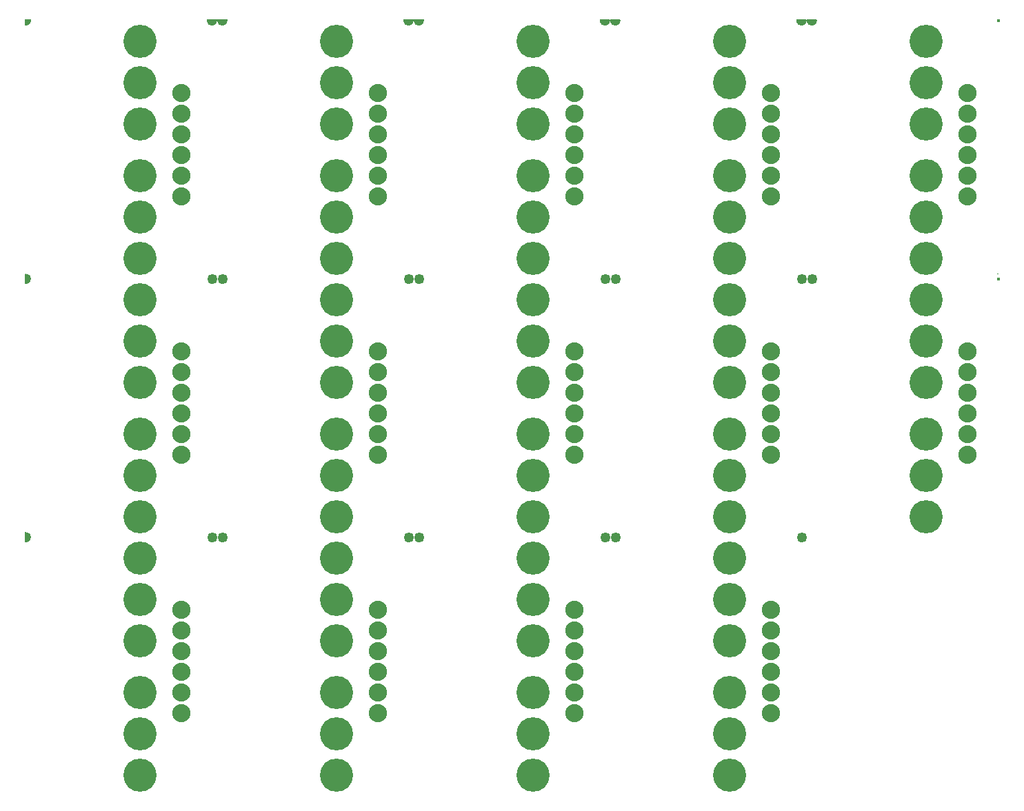
<source format=gts>
G04 MADE WITH FRITZING*
G04 WWW.FRITZING.ORG*
G04 DOUBLE SIDED*
G04 HOLES PLATED*
G04 CONTOUR ON CENTER OF CONTOUR VECTOR*
%ASAXBY*%
%FSLAX23Y23*%
%MOIN*%
%OFA0B0*%
%SFA1.0B1.0*%
%ADD10C,0.160000*%
%ADD11C,0.088000*%
%ADD12C,0.015748*%
%ADD13C,0.049370*%
%ADD14R,0.001000X0.001000*%
%LNMASK1*%
G90*
G70*
G54D10*
X4356Y3232D03*
X4356Y3432D03*
X4356Y3632D03*
G54D11*
X3606Y3382D03*
X3606Y3282D03*
X3606Y3182D03*
X3606Y3082D03*
X3606Y2982D03*
X3606Y2882D03*
X2656Y3382D03*
X2656Y3282D03*
X2656Y3182D03*
X2656Y3082D03*
X2656Y2982D03*
X2656Y2882D03*
X1706Y3382D03*
X1706Y3282D03*
X1706Y3182D03*
X1706Y3082D03*
X1706Y2982D03*
X1706Y2882D03*
X4556Y3382D03*
X4556Y3282D03*
X4556Y3182D03*
X4556Y3082D03*
X4556Y2982D03*
X4556Y2882D03*
G54D10*
X3406Y2582D03*
X3406Y2782D03*
X3406Y2982D03*
X556Y3232D03*
X556Y3432D03*
X556Y3632D03*
X4356Y2582D03*
X4356Y2782D03*
X4356Y2982D03*
X1506Y3232D03*
X1506Y3432D03*
X1506Y3632D03*
X3406Y3232D03*
X3406Y3432D03*
X3406Y3632D03*
X556Y2582D03*
X556Y2782D03*
X556Y2982D03*
X2456Y3232D03*
X2456Y3432D03*
X2456Y3632D03*
X1506Y2582D03*
X1506Y2782D03*
X1506Y2982D03*
G54D11*
X756Y3382D03*
X756Y3282D03*
X756Y3182D03*
X756Y3082D03*
X756Y2982D03*
X756Y2882D03*
G54D10*
X2456Y2582D03*
X2456Y2782D03*
X2456Y2982D03*
X1506Y1982D03*
X1506Y2182D03*
X1506Y2382D03*
X4356Y1982D03*
X4356Y2182D03*
X4356Y2382D03*
G54D11*
X2656Y2132D03*
X2656Y2032D03*
X2656Y1932D03*
X2656Y1832D03*
X2656Y1732D03*
X2656Y1632D03*
G54D10*
X2456Y1982D03*
X2456Y2182D03*
X2456Y2382D03*
G54D11*
X3606Y2132D03*
X3606Y2032D03*
X3606Y1932D03*
X3606Y1832D03*
X3606Y1732D03*
X3606Y1632D03*
X4556Y2132D03*
X4556Y2032D03*
X4556Y1932D03*
X4556Y1832D03*
X4556Y1732D03*
X4556Y1632D03*
G54D10*
X556Y1982D03*
X556Y2182D03*
X556Y2382D03*
X4356Y1332D03*
X4356Y1532D03*
X4356Y1732D03*
X3406Y1982D03*
X3406Y2182D03*
X3406Y2382D03*
X556Y1332D03*
X556Y1532D03*
X556Y1732D03*
G54D11*
X756Y2132D03*
X756Y2032D03*
X756Y1932D03*
X756Y1832D03*
X756Y1732D03*
X756Y1632D03*
G54D10*
X3406Y1332D03*
X3406Y1532D03*
X3406Y1732D03*
G54D11*
X1706Y2132D03*
X1706Y2032D03*
X1706Y1932D03*
X1706Y1832D03*
X1706Y1732D03*
X1706Y1632D03*
G54D10*
X1506Y1332D03*
X1506Y1532D03*
X1506Y1732D03*
X2456Y1332D03*
X2456Y1532D03*
X2456Y1732D03*
X556Y82D03*
X556Y282D03*
X556Y482D03*
X556Y732D03*
X556Y932D03*
X556Y1132D03*
X1506Y82D03*
X1506Y282D03*
X1506Y482D03*
X1506Y732D03*
X1506Y932D03*
X1506Y1132D03*
G54D11*
X756Y882D03*
X756Y782D03*
X756Y682D03*
X756Y582D03*
X756Y482D03*
X756Y382D03*
X1706Y882D03*
X1706Y782D03*
X1706Y682D03*
X1706Y582D03*
X1706Y482D03*
X1706Y382D03*
G54D10*
X2456Y732D03*
X2456Y932D03*
X2456Y1132D03*
G54D11*
X2656Y882D03*
X2656Y782D03*
X2656Y682D03*
X2656Y582D03*
X2656Y482D03*
X2656Y382D03*
G54D10*
X2456Y82D03*
X2456Y282D03*
X2456Y482D03*
X3406Y732D03*
X3406Y932D03*
X3406Y1132D03*
X3406Y82D03*
X3406Y282D03*
X3406Y482D03*
G54D11*
X3606Y882D03*
X3606Y782D03*
X3606Y682D03*
X3606Y582D03*
X3606Y482D03*
X3606Y382D03*
G54D12*
X3806Y3732D03*
X4706Y3732D03*
X6Y3732D03*
X906Y3732D03*
X956Y3732D03*
X1856Y3732D03*
X1906Y3732D03*
X2806Y3732D03*
X2856Y3732D03*
X3756Y3732D03*
X4706Y2482D03*
G54D13*
X3806Y2482D03*
X906Y2482D03*
X2856Y2482D03*
X3756Y2482D03*
X2806Y2482D03*
X1906Y2482D03*
X1856Y2482D03*
X956Y2482D03*
G54D12*
X6Y2482D03*
G54D13*
X3756Y1232D03*
X2856Y1232D03*
X2806Y1232D03*
X1906Y1232D03*
X1856Y1232D03*
X956Y1232D03*
X906Y1232D03*
G54D12*
X6Y1232D03*
G54D14*
X0Y3738D02*
X29Y3738D01*
X882Y3738D02*
X928Y3738D01*
X932Y3738D02*
X978Y3738D01*
X1832Y3738D02*
X1878Y3738D01*
X1882Y3738D02*
X1928Y3738D01*
X2781Y3738D02*
X2828Y3738D01*
X2831Y3738D02*
X2878Y3738D01*
X3731Y3738D02*
X3778Y3738D01*
X3781Y3738D02*
X3828Y3738D01*
X0Y3737D02*
X29Y3737D01*
X881Y3737D02*
X929Y3737D01*
X931Y3737D02*
X979Y3737D01*
X1831Y3737D02*
X1879Y3737D01*
X1881Y3737D02*
X1929Y3737D01*
X2781Y3737D02*
X2828Y3737D01*
X2831Y3737D02*
X2878Y3737D01*
X3731Y3737D02*
X3778Y3737D01*
X3781Y3737D02*
X3828Y3737D01*
X0Y3736D02*
X29Y3736D01*
X881Y3736D02*
X929Y3736D01*
X931Y3736D02*
X979Y3736D01*
X1831Y3736D02*
X1879Y3736D01*
X1881Y3736D02*
X1929Y3736D01*
X2781Y3736D02*
X2829Y3736D01*
X2831Y3736D02*
X2879Y3736D01*
X3731Y3736D02*
X3778Y3736D01*
X3781Y3736D02*
X3828Y3736D01*
X0Y3735D02*
X29Y3735D01*
X881Y3735D02*
X929Y3735D01*
X931Y3735D02*
X979Y3735D01*
X1831Y3735D02*
X1879Y3735D01*
X1881Y3735D02*
X1929Y3735D01*
X2781Y3735D02*
X2829Y3735D01*
X2831Y3735D02*
X2879Y3735D01*
X3731Y3735D02*
X3779Y3735D01*
X3781Y3735D02*
X3829Y3735D01*
X0Y3734D02*
X29Y3734D01*
X881Y3734D02*
X929Y3734D01*
X931Y3734D02*
X979Y3734D01*
X1831Y3734D02*
X1879Y3734D01*
X1881Y3734D02*
X1929Y3734D01*
X2781Y3734D02*
X2829Y3734D01*
X2831Y3734D02*
X2879Y3734D01*
X3731Y3734D02*
X3779Y3734D01*
X3781Y3734D02*
X3829Y3734D01*
X0Y3733D02*
X29Y3733D01*
X881Y3733D02*
X929Y3733D01*
X931Y3733D02*
X979Y3733D01*
X1831Y3733D02*
X1879Y3733D01*
X1881Y3733D02*
X1929Y3733D01*
X2781Y3733D02*
X2829Y3733D01*
X2831Y3733D02*
X2879Y3733D01*
X3730Y3733D02*
X3829Y3733D01*
X0Y3732D02*
X29Y3732D01*
X881Y3732D02*
X929Y3732D01*
X931Y3732D02*
X979Y3732D01*
X1831Y3732D02*
X1879Y3732D01*
X1881Y3732D02*
X1929Y3732D01*
X2781Y3732D02*
X2829Y3732D01*
X2831Y3732D02*
X2879Y3732D01*
X3731Y3732D02*
X3779Y3732D01*
X3781Y3732D02*
X3829Y3732D01*
X0Y3731D02*
X29Y3731D01*
X881Y3731D02*
X929Y3731D01*
X931Y3731D02*
X979Y3731D01*
X1831Y3731D02*
X1879Y3731D01*
X1881Y3731D02*
X1929Y3731D01*
X2781Y3731D02*
X2829Y3731D01*
X2831Y3731D02*
X2879Y3731D01*
X3731Y3731D02*
X3779Y3731D01*
X3781Y3731D02*
X3829Y3731D01*
X0Y3730D02*
X29Y3730D01*
X881Y3730D02*
X929Y3730D01*
X931Y3730D02*
X979Y3730D01*
X1831Y3730D02*
X1879Y3730D01*
X1881Y3730D02*
X1929Y3730D01*
X2781Y3730D02*
X2829Y3730D01*
X2831Y3730D02*
X2879Y3730D01*
X3731Y3730D02*
X3779Y3730D01*
X3781Y3730D02*
X3829Y3730D01*
X0Y3729D02*
X29Y3729D01*
X881Y3729D02*
X929Y3729D01*
X931Y3729D02*
X979Y3729D01*
X1831Y3729D02*
X1879Y3729D01*
X1881Y3729D02*
X1929Y3729D01*
X2781Y3729D02*
X2829Y3729D01*
X2831Y3729D02*
X2879Y3729D01*
X3731Y3729D02*
X3778Y3729D01*
X3781Y3729D02*
X3828Y3729D01*
X0Y3728D02*
X29Y3728D01*
X881Y3728D02*
X929Y3728D01*
X931Y3728D02*
X979Y3728D01*
X1831Y3728D02*
X1879Y3728D01*
X1881Y3728D02*
X1929Y3728D01*
X2781Y3728D02*
X2828Y3728D01*
X2831Y3728D02*
X2878Y3728D01*
X3731Y3728D02*
X3778Y3728D01*
X3781Y3728D02*
X3828Y3728D01*
X0Y3727D02*
X29Y3727D01*
X882Y3727D02*
X928Y3727D01*
X932Y3727D02*
X978Y3727D01*
X1832Y3727D02*
X1878Y3727D01*
X1882Y3727D02*
X1928Y3727D01*
X2781Y3727D02*
X2828Y3727D01*
X2831Y3727D02*
X2878Y3727D01*
X3731Y3727D02*
X3778Y3727D01*
X3781Y3727D02*
X3828Y3727D01*
X0Y3726D02*
X28Y3726D01*
X882Y3726D02*
X928Y3726D01*
X932Y3726D02*
X978Y3726D01*
X1832Y3726D02*
X1878Y3726D01*
X1882Y3726D02*
X1928Y3726D01*
X2782Y3726D02*
X2828Y3726D01*
X2832Y3726D02*
X2878Y3726D01*
X3732Y3726D02*
X3778Y3726D01*
X3782Y3726D02*
X3828Y3726D01*
X0Y3725D02*
X28Y3725D01*
X882Y3725D02*
X928Y3725D01*
X932Y3725D02*
X978Y3725D01*
X1832Y3725D02*
X1878Y3725D01*
X1882Y3725D02*
X1928Y3725D01*
X2782Y3725D02*
X2827Y3725D01*
X2832Y3725D02*
X2877Y3725D01*
X3732Y3725D02*
X3777Y3725D01*
X3782Y3725D02*
X3827Y3725D01*
X0Y3724D02*
X28Y3724D01*
X883Y3724D02*
X927Y3724D01*
X933Y3724D02*
X977Y3724D01*
X1833Y3724D02*
X1877Y3724D01*
X1883Y3724D02*
X1927Y3724D01*
X2782Y3724D02*
X2827Y3724D01*
X2832Y3724D02*
X2877Y3724D01*
X3732Y3724D02*
X3777Y3724D01*
X3782Y3724D02*
X3827Y3724D01*
X0Y3723D02*
X27Y3723D01*
X883Y3723D02*
X927Y3723D01*
X933Y3723D02*
X977Y3723D01*
X1833Y3723D02*
X1877Y3723D01*
X1883Y3723D02*
X1927Y3723D01*
X2783Y3723D02*
X2827Y3723D01*
X2833Y3723D02*
X2877Y3723D01*
X3733Y3723D02*
X3777Y3723D01*
X3783Y3723D02*
X3827Y3723D01*
X0Y3722D02*
X27Y3722D01*
X884Y3722D02*
X927Y3722D01*
X934Y3722D02*
X977Y3722D01*
X1833Y3722D02*
X1876Y3722D01*
X1883Y3722D02*
X1926Y3722D01*
X2783Y3722D02*
X2826Y3722D01*
X2833Y3722D02*
X2876Y3722D01*
X3733Y3722D02*
X3776Y3722D01*
X3783Y3722D02*
X3826Y3722D01*
X0Y3721D02*
X26Y3721D01*
X884Y3721D02*
X926Y3721D01*
X934Y3721D02*
X976Y3721D01*
X1834Y3721D02*
X1876Y3721D01*
X1884Y3721D02*
X1926Y3721D01*
X2784Y3721D02*
X2826Y3721D01*
X2834Y3721D02*
X2876Y3721D01*
X3734Y3721D02*
X3776Y3721D01*
X3784Y3721D02*
X3826Y3721D01*
X0Y3720D02*
X26Y3720D01*
X885Y3720D02*
X926Y3720D01*
X935Y3720D02*
X976Y3720D01*
X1834Y3720D02*
X1875Y3720D01*
X1884Y3720D02*
X1925Y3720D01*
X2784Y3720D02*
X2825Y3720D01*
X2834Y3720D02*
X2875Y3720D01*
X3734Y3720D02*
X3775Y3720D01*
X3784Y3720D02*
X3825Y3720D01*
X0Y3719D02*
X25Y3719D01*
X885Y3719D02*
X925Y3719D01*
X935Y3719D02*
X975Y3719D01*
X1835Y3719D02*
X1875Y3719D01*
X1885Y3719D02*
X1925Y3719D01*
X2785Y3719D02*
X2825Y3719D01*
X2835Y3719D02*
X2875Y3719D01*
X3735Y3719D02*
X3775Y3719D01*
X3785Y3719D02*
X3825Y3719D01*
X0Y3718D02*
X24Y3718D01*
X886Y3718D02*
X924Y3718D01*
X936Y3718D02*
X974Y3718D01*
X1836Y3718D02*
X1874Y3718D01*
X1886Y3718D02*
X1924Y3718D01*
X2786Y3718D02*
X2824Y3718D01*
X2836Y3718D02*
X2874Y3718D01*
X3735Y3718D02*
X3774Y3718D01*
X3785Y3718D02*
X3824Y3718D01*
X0Y3717D02*
X24Y3717D01*
X887Y3717D02*
X924Y3717D01*
X937Y3717D02*
X974Y3717D01*
X1836Y3717D02*
X1873Y3717D01*
X1886Y3717D02*
X1923Y3717D01*
X2786Y3717D02*
X2823Y3717D01*
X2836Y3717D02*
X2873Y3717D01*
X3736Y3717D02*
X3773Y3717D01*
X3786Y3717D02*
X3823Y3717D01*
X0Y3716D02*
X23Y3716D01*
X887Y3716D02*
X923Y3716D01*
X937Y3716D02*
X973Y3716D01*
X1837Y3716D02*
X1873Y3716D01*
X1887Y3716D02*
X1923Y3716D01*
X2787Y3716D02*
X2822Y3716D01*
X2837Y3716D02*
X2872Y3716D01*
X3737Y3716D02*
X3772Y3716D01*
X3787Y3716D02*
X3822Y3716D01*
X0Y3715D02*
X22Y3715D01*
X888Y3715D02*
X922Y3715D01*
X938Y3715D02*
X972Y3715D01*
X1838Y3715D02*
X1872Y3715D01*
X1888Y3715D02*
X1922Y3715D01*
X2788Y3715D02*
X2822Y3715D01*
X2838Y3715D02*
X2872Y3715D01*
X3738Y3715D02*
X3771Y3715D01*
X3788Y3715D02*
X3821Y3715D01*
X0Y3714D02*
X21Y3714D01*
X889Y3714D02*
X921Y3714D01*
X939Y3714D02*
X971Y3714D01*
X1839Y3714D02*
X1870Y3714D01*
X1889Y3714D02*
X1920Y3714D01*
X2789Y3714D02*
X2820Y3714D01*
X2839Y3714D02*
X2870Y3714D01*
X3739Y3714D02*
X3770Y3714D01*
X3789Y3714D02*
X3820Y3714D01*
X0Y3713D02*
X19Y3713D01*
X891Y3713D02*
X919Y3713D01*
X941Y3713D02*
X969Y3713D01*
X1841Y3713D02*
X1869Y3713D01*
X1891Y3713D02*
X1919Y3713D01*
X2790Y3713D02*
X2819Y3713D01*
X2840Y3713D02*
X2869Y3713D01*
X3740Y3713D02*
X3769Y3713D01*
X3790Y3713D02*
X3819Y3713D01*
X0Y3712D02*
X18Y3712D01*
X892Y3712D02*
X918Y3712D01*
X942Y3712D02*
X968Y3712D01*
X1842Y3712D02*
X1868Y3712D01*
X1892Y3712D02*
X1918Y3712D01*
X2792Y3712D02*
X2818Y3712D01*
X2842Y3712D02*
X2868Y3712D01*
X3742Y3712D02*
X3767Y3712D01*
X3792Y3712D02*
X3817Y3712D01*
X0Y3711D02*
X16Y3711D01*
X894Y3711D02*
X916Y3711D01*
X944Y3711D02*
X966Y3711D01*
X1844Y3711D02*
X1866Y3711D01*
X1894Y3711D02*
X1916Y3711D01*
X2794Y3711D02*
X2816Y3711D01*
X2844Y3711D02*
X2866Y3711D01*
X3744Y3711D02*
X3766Y3711D01*
X3794Y3711D02*
X3816Y3711D01*
X0Y3710D02*
X14Y3710D01*
X896Y3710D02*
X914Y3710D01*
X946Y3710D02*
X964Y3710D01*
X1846Y3710D02*
X1864Y3710D01*
X1896Y3710D02*
X1914Y3710D01*
X2796Y3710D02*
X2814Y3710D01*
X2846Y3710D02*
X2864Y3710D01*
X3746Y3710D02*
X3764Y3710D01*
X3796Y3710D02*
X3814Y3710D01*
X0Y3709D02*
X11Y3709D01*
X899Y3709D02*
X911Y3709D01*
X949Y3709D02*
X961Y3709D01*
X1849Y3709D02*
X1861Y3709D01*
X1899Y3709D02*
X1911Y3709D01*
X2799Y3709D02*
X2811Y3709D01*
X2849Y3709D02*
X2861Y3709D01*
X3749Y3709D02*
X3761Y3709D01*
X3799Y3709D02*
X3811Y3709D01*
X4699Y3709D02*
X4710Y3709D01*
X4Y3708D02*
X7Y3708D01*
X903Y3708D02*
X907Y3708D01*
X953Y3708D02*
X957Y3708D01*
X1853Y3708D02*
X1857Y3708D01*
X1903Y3708D02*
X1906Y3708D01*
X2803Y3708D02*
X2806Y3708D01*
X2853Y3708D02*
X2856Y3708D01*
X3753Y3708D02*
X3756Y3708D01*
X3803Y3708D02*
X3806Y3708D01*
X4703Y3708D02*
X4706Y3708D01*
X3Y2507D02*
X8Y2507D01*
X4702Y2507D02*
X4707Y2507D01*
X0Y2506D02*
X12Y2506D01*
X4698Y2506D02*
X4711Y2506D01*
X0Y2505D02*
X14Y2505D01*
X0Y2504D02*
X16Y2504D01*
X0Y2503D02*
X18Y2503D01*
X0Y2502D02*
X20Y2502D01*
X0Y2501D02*
X21Y2501D01*
X0Y2500D02*
X22Y2500D01*
X0Y2499D02*
X23Y2499D01*
X0Y2498D02*
X24Y2498D01*
X0Y2497D02*
X25Y2497D01*
X0Y2496D02*
X25Y2496D01*
X0Y2495D02*
X26Y2495D01*
X0Y2494D02*
X26Y2494D01*
X0Y2493D02*
X27Y2493D01*
X0Y2492D02*
X27Y2492D01*
X0Y2491D02*
X28Y2491D01*
X0Y2490D02*
X28Y2490D01*
X0Y2489D02*
X28Y2489D01*
X0Y2488D02*
X29Y2488D01*
X0Y2487D02*
X29Y2487D01*
X0Y2486D02*
X29Y2486D01*
X0Y2485D02*
X29Y2485D01*
X0Y2484D02*
X29Y2484D01*
X0Y2483D02*
X29Y2483D01*
X0Y2482D02*
X29Y2482D01*
X0Y2481D02*
X29Y2481D01*
X0Y2480D02*
X29Y2480D01*
X0Y2479D02*
X29Y2479D01*
X0Y2478D02*
X29Y2478D01*
X0Y2477D02*
X28Y2477D01*
X0Y2476D02*
X28Y2476D01*
X0Y2475D02*
X28Y2475D01*
X0Y2474D02*
X28Y2474D01*
X0Y2473D02*
X27Y2473D01*
X0Y2472D02*
X27Y2472D01*
X0Y2471D02*
X26Y2471D01*
X0Y2470D02*
X26Y2470D01*
X0Y2469D02*
X25Y2469D01*
X0Y2468D02*
X24Y2468D01*
X0Y2467D02*
X24Y2467D01*
X0Y2466D02*
X23Y2466D01*
X0Y2465D02*
X22Y2465D01*
X0Y2464D02*
X21Y2464D01*
X0Y2463D02*
X19Y2463D01*
X0Y2462D02*
X18Y2462D01*
X0Y2461D02*
X16Y2461D01*
X0Y2460D02*
X14Y2460D01*
X0Y2459D02*
X11Y2459D01*
X4699Y2459D02*
X4710Y2459D01*
X4Y2458D02*
X6Y2458D01*
X4704Y2458D02*
X4705Y2458D01*
X2Y1257D02*
X8Y1257D01*
X0Y1256D02*
X12Y1256D01*
X0Y1255D02*
X15Y1255D01*
X0Y1254D02*
X16Y1254D01*
X0Y1253D02*
X18Y1253D01*
X0Y1252D02*
X20Y1252D01*
X0Y1251D02*
X21Y1251D01*
X0Y1250D02*
X22Y1250D01*
X0Y1249D02*
X23Y1249D01*
X0Y1248D02*
X24Y1248D01*
X0Y1247D02*
X25Y1247D01*
X0Y1246D02*
X25Y1246D01*
X0Y1245D02*
X26Y1245D01*
X0Y1244D02*
X26Y1244D01*
X0Y1243D02*
X27Y1243D01*
X0Y1242D02*
X27Y1242D01*
X0Y1241D02*
X28Y1241D01*
X0Y1240D02*
X28Y1240D01*
X0Y1239D02*
X28Y1239D01*
X0Y1238D02*
X29Y1238D01*
X0Y1237D02*
X29Y1237D01*
X0Y1236D02*
X29Y1236D01*
X0Y1235D02*
X29Y1235D01*
X0Y1234D02*
X29Y1234D01*
X0Y1233D02*
X29Y1233D01*
X0Y1232D02*
X29Y1232D01*
X0Y1231D02*
X29Y1231D01*
X0Y1230D02*
X29Y1230D01*
X0Y1229D02*
X29Y1229D01*
X0Y1228D02*
X29Y1228D01*
X0Y1227D02*
X28Y1227D01*
X0Y1226D02*
X28Y1226D01*
X0Y1225D02*
X28Y1225D01*
X0Y1224D02*
X28Y1224D01*
X0Y1223D02*
X27Y1223D01*
X0Y1222D02*
X27Y1222D01*
X0Y1221D02*
X26Y1221D01*
X0Y1220D02*
X26Y1220D01*
X0Y1219D02*
X25Y1219D01*
X0Y1218D02*
X24Y1218D01*
X0Y1217D02*
X24Y1217D01*
X0Y1216D02*
X23Y1216D01*
X0Y1215D02*
X22Y1215D01*
X0Y1214D02*
X21Y1214D01*
X0Y1213D02*
X19Y1213D01*
X0Y1212D02*
X18Y1212D01*
X0Y1211D02*
X16Y1211D01*
X0Y1210D02*
X14Y1210D01*
X0Y1209D02*
X11Y1209D01*
X5Y1208D02*
X5Y1208D01*
D02*
G04 End of Mask1*
M02*
</source>
